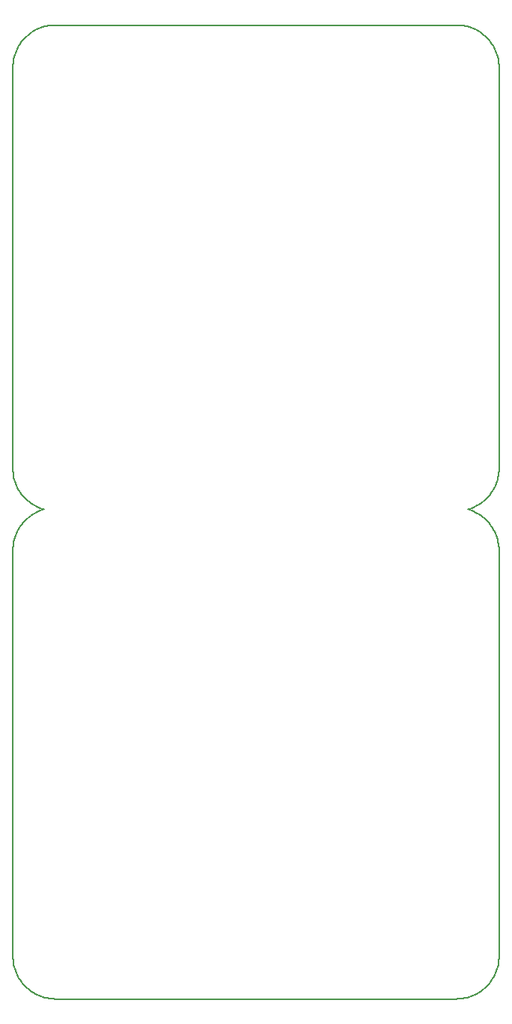
<source format=gm1>
G04 #@! TF.FileFunction,Profile,NP*
%FSLAX45Y45*%
G04 Gerber Fmt 4.5, Leading zero omitted, Abs format (unit mm)*
G04 Created by KiCad (PCBNEW 4.0.6-e0-6349~53~ubuntu16.04.1) date Tue Apr 25 11:52:05 2017*
%MOMM*%
%LPD*%
G01*
G04 APERTURE LIST*
%ADD10C,0.020000*%
%ADD11C,0.155643*%
G04 APERTURE END LIST*
D10*
D11*
X10229479Y-3493136D02*
X10204755Y-3493756D01*
X10204755Y-3493756D02*
X10180365Y-3495596D01*
X10180365Y-3495596D02*
X10156337Y-3498627D01*
X10156337Y-3498627D02*
X10132701Y-3502819D01*
X10132701Y-3502819D02*
X10109487Y-3508142D01*
X10109487Y-3508142D02*
X10086724Y-3514567D01*
X10086724Y-3514567D02*
X10064443Y-3522064D01*
X10064443Y-3522064D02*
X10042673Y-3530604D01*
X10042673Y-3530604D02*
X10021443Y-3540156D01*
X10021443Y-3540156D02*
X10000783Y-3550692D01*
X10000783Y-3550692D02*
X9980722Y-3562182D01*
X9980722Y-3562182D02*
X9961291Y-3574596D01*
X9961291Y-3574596D02*
X9942519Y-3587904D01*
X9942519Y-3587904D02*
X9924436Y-3602078D01*
X9924436Y-3602078D02*
X9907071Y-3617087D01*
X9907071Y-3617087D02*
X9890453Y-3632901D01*
X9890453Y-3632901D02*
X9874614Y-3649492D01*
X9874614Y-3649492D02*
X9859581Y-3666829D01*
X9859581Y-3666829D02*
X9845385Y-3684883D01*
X9845385Y-3684883D02*
X9832056Y-3703624D01*
X9832056Y-3703624D02*
X9819622Y-3723023D01*
X9819622Y-3723023D02*
X9808114Y-3743050D01*
X9808114Y-3743050D02*
X9797562Y-3763676D01*
X9797562Y-3763676D02*
X9787994Y-3784870D01*
X9787994Y-3784870D02*
X9779442Y-3806604D01*
X9779442Y-3806604D02*
X9771933Y-3828847D01*
X9771933Y-3828847D02*
X9765498Y-3851571D01*
X9765498Y-3851571D02*
X9760167Y-3874745D01*
X9760167Y-3874745D02*
X9755969Y-3898340D01*
X9755969Y-3898340D02*
X9752933Y-3922326D01*
X9752933Y-3922326D02*
X9751091Y-3946674D01*
X9751091Y-3946674D02*
X9750470Y-3971354D01*
X9750470Y-3971354D02*
X9750470Y-8508201D01*
X9750470Y-8508201D02*
X9751130Y-8533622D01*
X9751130Y-8533622D02*
X9753088Y-8558685D01*
X9753088Y-8558685D02*
X9756312Y-8583357D01*
X9756312Y-8583357D02*
X9760770Y-8607607D01*
X9760770Y-8607607D02*
X9766428Y-8631403D01*
X9766428Y-8631403D02*
X9773254Y-8654713D01*
X9773254Y-8654713D02*
X9781215Y-8677504D01*
X9781215Y-8677504D02*
X9790280Y-8699745D01*
X9790280Y-8699745D02*
X9800414Y-8721404D01*
X9800414Y-8721404D02*
X9811587Y-8742449D01*
X9811587Y-8742449D02*
X9823764Y-8762848D01*
X9823764Y-8762848D02*
X9836915Y-8782569D01*
X9836915Y-8782569D02*
X9851005Y-8801579D01*
X9851005Y-8801579D02*
X9866002Y-8819848D01*
X9866002Y-8819848D02*
X9881875Y-8837342D01*
X9881875Y-8837342D02*
X9898589Y-8854031D01*
X9898589Y-8854031D02*
X9916114Y-8869881D01*
X9916114Y-8869881D02*
X9934415Y-8884861D01*
X9934415Y-8884861D02*
X9953461Y-8898940D01*
X9953461Y-8898940D02*
X9973219Y-8912084D01*
X9973219Y-8912084D02*
X9993656Y-8924263D01*
X9993656Y-8924263D02*
X10014740Y-8935444D01*
X10014740Y-8935444D02*
X10036438Y-8945594D01*
X10036438Y-8945594D02*
X10058718Y-8954683D01*
X10058718Y-8954683D02*
X10081546Y-8962678D01*
X10081546Y-8962678D02*
X10104892Y-8969548D01*
X10104892Y-8969548D02*
X10081522Y-8976642D01*
X10081522Y-8976642D02*
X10058673Y-8984854D01*
X10058673Y-8984854D02*
X10036377Y-8994155D01*
X10036377Y-8994155D02*
X10014667Y-9004510D01*
X10014667Y-9004510D02*
X9993574Y-9015890D01*
X9993574Y-9015890D02*
X9973131Y-9028261D01*
X9973131Y-9028261D02*
X9953371Y-9041593D01*
X9953371Y-9041593D02*
X9934326Y-9055853D01*
X9934326Y-9055853D02*
X9916027Y-9071010D01*
X9916027Y-9071010D02*
X9898508Y-9087032D01*
X9898508Y-9087032D02*
X9881800Y-9103887D01*
X9881800Y-9103887D02*
X9865936Y-9121543D01*
X9865936Y-9121543D02*
X9850948Y-9139969D01*
X9850948Y-9139969D02*
X9836869Y-9159133D01*
X9836869Y-9159133D02*
X9823730Y-9179003D01*
X9823730Y-9179003D02*
X9811564Y-9199548D01*
X9811564Y-9199548D02*
X9800404Y-9220735D01*
X9800404Y-9220735D02*
X9790282Y-9242533D01*
X9790282Y-9242533D02*
X9781229Y-9264910D01*
X9781229Y-9264910D02*
X9773278Y-9287835D01*
X9773278Y-9287835D02*
X9766462Y-9311275D01*
X9766462Y-9311275D02*
X9760813Y-9335199D01*
X9760813Y-9335199D02*
X9756363Y-9359575D01*
X9756363Y-9359575D02*
X9753145Y-9384371D01*
X9753145Y-9384371D02*
X9751190Y-9409556D01*
X9751190Y-9409556D02*
X9750531Y-9435097D01*
X9750531Y-9435097D02*
X9750531Y-14023287D01*
X9750531Y-14023287D02*
X9751159Y-14048245D01*
X9751159Y-14048245D02*
X9753024Y-14072868D01*
X9753024Y-14072868D02*
X9756094Y-14097125D01*
X9756094Y-14097125D02*
X9760341Y-14120986D01*
X9760341Y-14120986D02*
X9765735Y-14144421D01*
X9765735Y-14144421D02*
X9772244Y-14167400D01*
X9772244Y-14167400D02*
X9779840Y-14189893D01*
X9779840Y-14189893D02*
X9788492Y-14211871D01*
X9788492Y-14211871D02*
X9798170Y-14233304D01*
X9798170Y-14233304D02*
X9808845Y-14254161D01*
X9808845Y-14254161D02*
X9820486Y-14274412D01*
X9820486Y-14274412D02*
X9833063Y-14294029D01*
X9833063Y-14294029D02*
X9846546Y-14312980D01*
X9846546Y-14312980D02*
X9860906Y-14331236D01*
X9860906Y-14331236D02*
X9876112Y-14348767D01*
X9876112Y-14348767D02*
X9892135Y-14365543D01*
X9892135Y-14365543D02*
X9908943Y-14381534D01*
X9908943Y-14381534D02*
X9926508Y-14396710D01*
X9926508Y-14396710D02*
X9944800Y-14411041D01*
X9944800Y-14411041D02*
X9963787Y-14424498D01*
X9963787Y-14424498D02*
X9983441Y-14437050D01*
X9983441Y-14437050D02*
X10003731Y-14448668D01*
X10003731Y-14448668D02*
X10024628Y-14459321D01*
X10024628Y-14459321D02*
X10046101Y-14468980D01*
X10046101Y-14468980D02*
X10068120Y-14477615D01*
X10068120Y-14477615D02*
X10090656Y-14485195D01*
X10090656Y-14485195D02*
X10113677Y-14491691D01*
X10113677Y-14491691D02*
X10137156Y-14497074D01*
X10137156Y-14497074D02*
X10161060Y-14501312D01*
X10161060Y-14501312D02*
X10185361Y-14504376D01*
X10185361Y-14504376D02*
X10210028Y-14506237D01*
X10210028Y-14506237D02*
X10235032Y-14506864D01*
X10235032Y-14506864D02*
X14764968Y-14506864D01*
X14764968Y-14506864D02*
X14789972Y-14506237D01*
X14789972Y-14506237D02*
X14814638Y-14504376D01*
X14814638Y-14504376D02*
X14838938Y-14501312D01*
X14838938Y-14501312D02*
X14862842Y-14497074D01*
X14862842Y-14497074D02*
X14886318Y-14491691D01*
X14886318Y-14491691D02*
X14909339Y-14485195D01*
X14909339Y-14485195D02*
X14931872Y-14477615D01*
X14931872Y-14477615D02*
X14953890Y-14468980D01*
X14953890Y-14468980D02*
X14975360Y-14459321D01*
X14975360Y-14459321D02*
X14996254Y-14448668D01*
X14996254Y-14448668D02*
X15016542Y-14437050D01*
X15016542Y-14437050D02*
X15036194Y-14424498D01*
X15036194Y-14424498D02*
X15055178Y-14411041D01*
X15055178Y-14411041D02*
X15073467Y-14396710D01*
X15073467Y-14396710D02*
X15091029Y-14381534D01*
X15091029Y-14381534D02*
X15107835Y-14365543D01*
X15107835Y-14365543D02*
X15123855Y-14348767D01*
X15123855Y-14348767D02*
X15139058Y-14331236D01*
X15139058Y-14331236D02*
X15153415Y-14312980D01*
X15153415Y-14312980D02*
X15166896Y-14294029D01*
X15166896Y-14294029D02*
X15179470Y-14274412D01*
X15179470Y-14274412D02*
X15191109Y-14254161D01*
X15191109Y-14254161D02*
X15201781Y-14233304D01*
X15201781Y-14233304D02*
X15211457Y-14211871D01*
X15211457Y-14211871D02*
X15220107Y-14189893D01*
X15220107Y-14189893D02*
X15227701Y-14167400D01*
X15227701Y-14167400D02*
X15234209Y-14144421D01*
X15234209Y-14144421D02*
X15239601Y-14120986D01*
X15239601Y-14120986D02*
X15243847Y-14097125D01*
X15243847Y-14097125D02*
X15246917Y-14072868D01*
X15246917Y-14072868D02*
X15248780Y-14048245D01*
X15248780Y-14048245D02*
X15249408Y-14023287D01*
X15249408Y-14023287D02*
X15249408Y-9435097D01*
X15249408Y-9435097D02*
X15248750Y-9409557D01*
X15248750Y-9409557D02*
X15246796Y-9384374D01*
X15246796Y-9384374D02*
X15243578Y-9359579D01*
X15243578Y-9359579D02*
X15239129Y-9335204D01*
X15239129Y-9335204D02*
X15233481Y-9311281D01*
X15233481Y-9311281D02*
X15226667Y-9287842D01*
X15226667Y-9287842D02*
X15218718Y-9264919D01*
X15218718Y-9264919D02*
X15209668Y-9242542D01*
X15209668Y-9242542D02*
X15199547Y-9220745D01*
X15199547Y-9220745D02*
X15188390Y-9199558D01*
X15188390Y-9199558D02*
X15176227Y-9179014D01*
X15176227Y-9179014D02*
X15163091Y-9159144D01*
X15163091Y-9159144D02*
X15149014Y-9139979D01*
X15149014Y-9139979D02*
X15134029Y-9121553D01*
X15134029Y-9121553D02*
X15118168Y-9103897D01*
X15118168Y-9103897D02*
X15101463Y-9087041D01*
X15101463Y-9087041D02*
X15083947Y-9071019D01*
X15083947Y-9071019D02*
X15065652Y-9055861D01*
X15065652Y-9055861D02*
X15046609Y-9041601D01*
X15046609Y-9041601D02*
X15026852Y-9028268D01*
X15026852Y-9028268D02*
X15006412Y-9015896D01*
X15006412Y-9015896D02*
X14985323Y-9004515D01*
X14985323Y-9004515D02*
X14963615Y-8994159D01*
X14963615Y-8994159D02*
X14941322Y-8984857D01*
X14941322Y-8984857D02*
X14918476Y-8976643D01*
X14918476Y-8976643D02*
X14895108Y-8969548D01*
X14895108Y-8969548D02*
X14918452Y-8962678D01*
X14918452Y-8962678D02*
X14941280Y-8954682D01*
X14941280Y-8954682D02*
X14963559Y-8945592D01*
X14963559Y-8945592D02*
X14985256Y-8935441D01*
X14985256Y-8935441D02*
X15006340Y-8924259D01*
X15006340Y-8924259D02*
X15026777Y-8912080D01*
X15026777Y-8912080D02*
X15046534Y-8898935D01*
X15046534Y-8898935D02*
X15065580Y-8884856D01*
X15065580Y-8884856D02*
X15083881Y-8869876D01*
X15083881Y-8869876D02*
X15101406Y-8854025D01*
X15101406Y-8854025D02*
X15118120Y-8837336D01*
X15118120Y-8837336D02*
X15133993Y-8819842D01*
X15133993Y-8819842D02*
X15148991Y-8801573D01*
X15148991Y-8801573D02*
X15163081Y-8782563D01*
X15163081Y-8782563D02*
X15176232Y-8762842D01*
X15176232Y-8762842D02*
X15188410Y-8742444D01*
X15188410Y-8742444D02*
X15199583Y-8721399D01*
X15199583Y-8721399D02*
X15209718Y-8699740D01*
X15209718Y-8699740D02*
X15218783Y-8677500D01*
X15218783Y-8677500D02*
X15226745Y-8654709D01*
X15226745Y-8654709D02*
X15233571Y-8631400D01*
X15233571Y-8631400D02*
X15239230Y-8607604D01*
X15239230Y-8607604D02*
X15243687Y-8583355D01*
X15243687Y-8583355D02*
X15246912Y-8558683D01*
X15246912Y-8558683D02*
X15248870Y-8533621D01*
X15248870Y-8533621D02*
X15249530Y-8508201D01*
X15249530Y-8508201D02*
X15249530Y-3971354D01*
X15249530Y-3971354D02*
X15248909Y-3946674D01*
X15248909Y-3946674D02*
X15247066Y-3922326D01*
X15247066Y-3922326D02*
X15244030Y-3898340D01*
X15244030Y-3898340D02*
X15239830Y-3874745D01*
X15239830Y-3874745D02*
X15234498Y-3851571D01*
X15234498Y-3851571D02*
X15228061Y-3828847D01*
X15228061Y-3828847D02*
X15220551Y-3806604D01*
X15220551Y-3806604D02*
X15211996Y-3784870D01*
X15211996Y-3784870D02*
X15202426Y-3763676D01*
X15202426Y-3763676D02*
X15191872Y-3743050D01*
X15191872Y-3743050D02*
X15180361Y-3723023D01*
X15180361Y-3723023D02*
X15167925Y-3703624D01*
X15167925Y-3703624D02*
X15154593Y-3684883D01*
X15154593Y-3684883D02*
X15140394Y-3666829D01*
X15140394Y-3666829D02*
X15125359Y-3649492D01*
X15125359Y-3649492D02*
X15109516Y-3632901D01*
X15109516Y-3632901D02*
X15092896Y-3617087D01*
X15092896Y-3617087D02*
X15075528Y-3602078D01*
X15075528Y-3602078D02*
X15057442Y-3587904D01*
X15057442Y-3587904D02*
X15038667Y-3574596D01*
X15038667Y-3574596D02*
X15019234Y-3562182D01*
X15019234Y-3562182D02*
X14999171Y-3550692D01*
X14999171Y-3550692D02*
X14978508Y-3540156D01*
X14978508Y-3540156D02*
X14957276Y-3530604D01*
X14957276Y-3530604D02*
X14935503Y-3522064D01*
X14935503Y-3522064D02*
X14913220Y-3514567D01*
X14913220Y-3514567D02*
X14890456Y-3508142D01*
X14890456Y-3508142D02*
X14867241Y-3502819D01*
X14867241Y-3502819D02*
X14843604Y-3498627D01*
X14843604Y-3498627D02*
X14819575Y-3495596D01*
X14819575Y-3495596D02*
X14795184Y-3493756D01*
X14795184Y-3493756D02*
X14770460Y-3493136D01*
X14770460Y-3493136D02*
X10229479Y-3493136D01*
M02*

</source>
